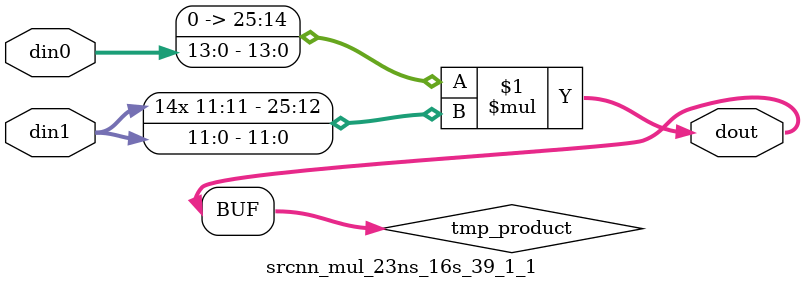
<source format=v>

`timescale 1 ns / 1 ps

  module srcnn_mul_23ns_16s_39_1_1(din0, din1, dout);
parameter ID = 1;
parameter NUM_STAGE = 0;
parameter din0_WIDTH = 14;
parameter din1_WIDTH = 12;
parameter dout_WIDTH = 26;

input [din0_WIDTH - 1 : 0] din0; 
input [din1_WIDTH - 1 : 0] din1; 
output [dout_WIDTH - 1 : 0] dout;

wire signed [dout_WIDTH - 1 : 0] tmp_product;











assign tmp_product = $signed({1'b0, din0}) * $signed(din1);










assign dout = tmp_product;







endmodule

</source>
